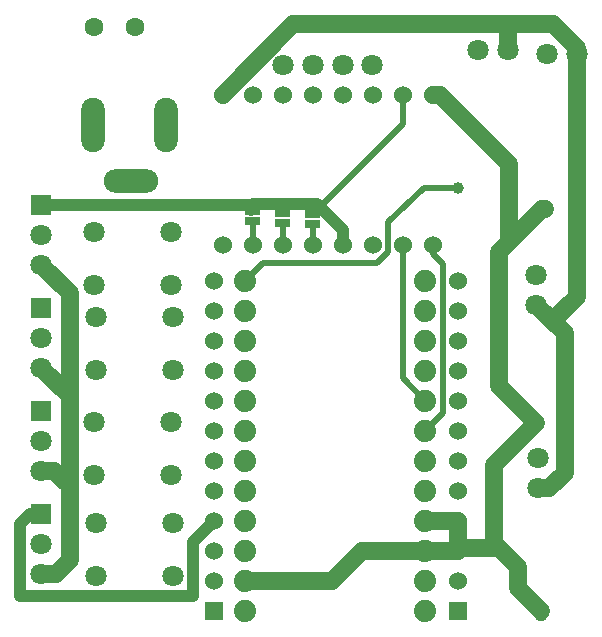
<source format=gbl>
G04 Layer: BottomLayer*
G04 EasyEDA v6.5.22, 2025-01-04 22:24:20*
G04 4654ec591aaf40839b9ddd4dd84afded,10*
G04 Gerber Generator version 0.2*
G04 Scale: 100 percent, Rotated: No, Reflected: No *
G04 Dimensions in millimeters *
G04 leading zeros omitted , absolute positions ,4 integer and 5 decimal *
%FSLAX45Y45*%
%MOMM*%

%AMMACRO1*4,1,4,-0.635,0.3175,-0.635,-0.3175,0.635,-0.3175,0.635,0.3175,-0.635,0.3175,0*%
%ADD10C,1.5000*%
%ADD11C,1.0000*%
%ADD12C,0.5000*%
%ADD13MACRO1*%
%ADD14O,1.9999959999999999X4.5999908*%
%ADD15O,4.5999908X1.9999959999999999*%
%ADD16C,1.8000*%
%ADD17C,1.8796*%
%ADD18C,1.5240*%
%ADD19R,1.8000X1.8000*%
%ADD20C,1.6000*%
%ADD21R,1.5240X1.5240*%
%ADD22C,1.1000*%

%LPD*%
D10*
X4140200Y965200D02*
G01*
X4140200Y1663700D01*
X4495800Y2019300D01*
D11*
X2095500Y3873500D02*
G01*
X2641600Y3873500D01*
X2857500Y3657600D01*
X2857500Y3530600D01*
X304800Y3869181D02*
G01*
X2079497Y3869181D01*
X2079497Y3828542D01*
D10*
X4279900Y5397500D02*
G01*
X2438400Y5397500D01*
X1841500Y4800600D01*
D12*
X3619500Y3530600D02*
G01*
X3619500Y3454400D01*
X3708400Y3365500D01*
X3708400Y2108200D01*
X3556000Y1955800D01*
X3365500Y3530600D02*
G01*
X3365500Y2400300D01*
X3556000Y2209800D01*
X2032000Y3225800D02*
G01*
X2184400Y3378200D01*
X3149600Y3378200D01*
X3238500Y3467100D01*
X3238500Y3721100D01*
X3544570Y4013200D01*
X3835400Y4013200D01*
X3365500Y4800600D02*
G01*
X3365500Y4549139D01*
X2603500Y3787139D01*
D10*
X304800Y3361265D02*
G01*
X546100Y3119965D01*
X546100Y2247905D01*
X304800Y2489205D02*
G01*
X546100Y2247905D01*
X546100Y1485900D01*
X304800Y745073D02*
G01*
X427573Y745073D01*
X546100Y863600D01*
X546100Y1485900D01*
X414860Y1617139D01*
X304800Y1617139D01*
D12*
X2603500Y3705860D02*
G01*
X2603500Y3530600D01*
X2349500Y3718560D02*
G01*
X2349500Y3530600D01*
X2095500Y3731260D02*
G01*
X2095500Y3530600D01*
D10*
X3619500Y4800600D02*
G01*
X3683000Y4800600D01*
X4267200Y4216400D01*
X4267200Y4216400D02*
G01*
X4267200Y3556000D01*
X4178300Y3467100D01*
X4572000Y3835400D02*
G01*
X4546600Y3835400D01*
X4178300Y3467100D01*
X4178300Y2336800D01*
X4495800Y2019300D01*
X4838700Y5143500D02*
G01*
X4838700Y3091185D01*
X4632957Y2885442D01*
X4533900Y431800D02*
G01*
X4343400Y622300D01*
X4343400Y800100D01*
X4140200Y1003300D01*
X2032000Y685800D02*
G01*
X2768600Y685800D01*
X3022600Y939800D01*
X3556000Y939800D01*
X3835400Y1193800D02*
G01*
X3835400Y939800D01*
X3835400Y1193800D02*
G01*
X3556000Y1193800D01*
X3835400Y939800D02*
G01*
X3556000Y939800D01*
X4140200Y965200D02*
G01*
X3860800Y965200D01*
X3835400Y939800D01*
X4508500Y1468549D02*
G01*
X4605449Y1468549D01*
X4737100Y1600200D01*
X4737100Y2781300D01*
X4495800Y3022600D01*
D11*
X1765300Y1193800D02*
G01*
X1587500Y1016000D01*
X1587500Y558800D01*
X127000Y558800D01*
X127000Y1168400D01*
X211581Y1252981D01*
X304800Y1252981D01*
D10*
X4838700Y5143500D02*
G01*
X4838700Y5194300D01*
X4635500Y5397500D01*
X4279900Y5397500D01*
X4254500Y5372100D01*
X4254500Y5181600D01*
D13*
G01*
X2095500Y3812539D03*
G01*
X2095500Y3731260D03*
G01*
X2349500Y3799839D03*
G01*
X2349500Y3718560D03*
G01*
X2603500Y3787139D03*
G01*
X2603500Y3705860D03*
D14*
G01*
X1364081Y4540275D03*
G01*
X744118Y4540300D03*
D15*
G01*
X1064107Y4070273D03*
D16*
G01*
X2355468Y5054600D03*
G01*
X2605659Y5054600D03*
G01*
X2855595Y5054600D03*
G01*
X3105531Y5054600D03*
D17*
G01*
X3556000Y431800D03*
G01*
X3556000Y685800D03*
G01*
X3556000Y939800D03*
G01*
X3556000Y1193800D03*
G01*
X3556000Y1447800D03*
G01*
X3556000Y1701800D03*
G01*
X3556000Y1955800D03*
G01*
X3556000Y2209800D03*
G01*
X3556000Y2463800D03*
G01*
X3556000Y2717800D03*
G01*
X3556000Y2971800D03*
G01*
X3556000Y3225800D03*
G01*
X2032000Y3225800D03*
G01*
X2032000Y2971800D03*
G01*
X2032000Y2717800D03*
G01*
X2032000Y2463800D03*
G01*
X2032000Y2209800D03*
G01*
X2032000Y1955800D03*
G01*
X2032000Y1701800D03*
G01*
X2032000Y1447800D03*
G01*
X2032000Y1193800D03*
G01*
X2032000Y939800D03*
G01*
X2032000Y685800D03*
G01*
X2032000Y431800D03*
D18*
G01*
X3619500Y3530600D03*
G01*
X3619500Y4800600D03*
G01*
X3365500Y3530600D03*
G01*
X3111500Y3530600D03*
G01*
X2857500Y3530600D03*
G01*
X2603500Y3530600D03*
G01*
X2349500Y3530600D03*
G01*
X2095500Y3530600D03*
G01*
X1841500Y3530600D03*
G01*
X3365500Y4800600D03*
G01*
X3111500Y4800600D03*
G01*
X2857500Y4800600D03*
G01*
X2603500Y4800600D03*
G01*
X2349500Y4800600D03*
G01*
X2095500Y4800600D03*
G01*
X1841500Y4800600D03*
D16*
G01*
X4508500Y1722551D03*
G01*
X4508500Y1468551D03*
G01*
X4495800Y3276600D03*
G01*
X4495800Y3022600D03*
G01*
X4584700Y5143500D03*
G01*
X4838700Y5143500D03*
G01*
X4000500Y5181600D03*
G01*
X4254500Y5181600D03*
D19*
G01*
X304800Y3869258D03*
D16*
G01*
X304800Y3615258D03*
G01*
X304800Y3361258D03*
G01*
X754506Y3641293D03*
G01*
X1404493Y3641293D03*
G01*
X754506Y3191306D03*
G01*
X1404493Y3191306D03*
G01*
X767206Y2917393D03*
G01*
X1417193Y2917393D03*
G01*
X767206Y2467406D03*
G01*
X1417193Y2467406D03*
D20*
G01*
X752094Y5372100D03*
G01*
X1102105Y5372100D03*
D18*
G01*
X3835400Y3225800D03*
G01*
X3835400Y2971800D03*
G01*
X3835400Y2717800D03*
G01*
X3835400Y2463800D03*
G01*
X3835400Y2209800D03*
G01*
X3835400Y1955800D03*
G01*
X3835400Y1701800D03*
G01*
X3835400Y1447800D03*
G01*
X3835400Y1193800D03*
G01*
X3835400Y939800D03*
G01*
X3835400Y685800D03*
D21*
G01*
X3835400Y431800D03*
D18*
G01*
X1765300Y3225800D03*
G01*
X1765300Y2971800D03*
G01*
X1765300Y2717800D03*
G01*
X1765300Y2463800D03*
G01*
X1765300Y2209800D03*
G01*
X1765300Y1955800D03*
G01*
X1765300Y1701800D03*
G01*
X1765300Y1447800D03*
G01*
X1765300Y1193800D03*
G01*
X1765300Y939800D03*
G01*
X1765300Y685800D03*
D21*
G01*
X1765300Y431800D03*
D19*
G01*
X304800Y1253058D03*
D16*
G01*
X304800Y999083D03*
G01*
X304800Y745083D03*
G01*
X767206Y1177493D03*
G01*
X1417193Y1177493D03*
G01*
X767206Y727506D03*
G01*
X1417193Y727506D03*
D19*
G01*
X304800Y2125141D03*
D16*
G01*
X304800Y1871141D03*
G01*
X304800Y1617141D03*
G01*
X754506Y2028393D03*
G01*
X1404493Y2028393D03*
G01*
X754506Y1578406D03*
G01*
X1404493Y1578406D03*
D19*
G01*
X304800Y2997200D03*
D16*
G01*
X304800Y2743200D03*
G01*
X304800Y2489200D03*
D22*
G01*
X4533900Y393700D03*
G01*
X4495800Y2019300D03*
G01*
X4267200Y4216400D03*
G01*
X4572000Y3835400D03*
D11*
G01*
X3835400Y4013200D03*
M02*

</source>
